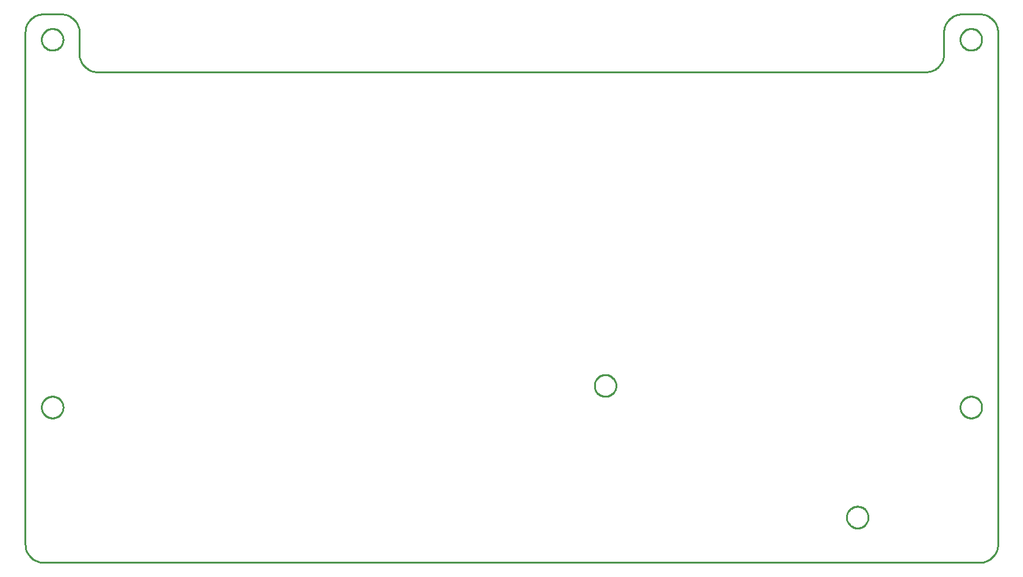
<source format=gbr>
G04 EAGLE Gerber RS-274X export*
G75*
%MOMM*%
%FSLAX34Y34*%
%LPD*%
%IN*%
%IPPOS*%
%AMOC8*
5,1,8,0,0,1.08239X$1,22.5*%
G01*
%ADD10C,0.254000*%


D10*
X0Y25000D02*
X95Y22821D01*
X380Y20659D01*
X852Y18530D01*
X1508Y16450D01*
X2342Y14435D01*
X3349Y12500D01*
X4521Y10661D01*
X5849Y8930D01*
X7322Y7322D01*
X8930Y5849D01*
X10661Y4521D01*
X12500Y3349D01*
X14435Y2342D01*
X16450Y1508D01*
X18530Y852D01*
X20659Y380D01*
X22821Y95D01*
X25000Y0D01*
X1325000Y0D01*
X1327179Y95D01*
X1329341Y380D01*
X1331470Y852D01*
X1333551Y1508D01*
X1335565Y2342D01*
X1337500Y3349D01*
X1339339Y4521D01*
X1341070Y5849D01*
X1342678Y7322D01*
X1344151Y8930D01*
X1345479Y10661D01*
X1346651Y12500D01*
X1347658Y14435D01*
X1348492Y16450D01*
X1349148Y18530D01*
X1349620Y20659D01*
X1349905Y22821D01*
X1350000Y25000D01*
X1350000Y735000D01*
X1349905Y737179D01*
X1349620Y739341D01*
X1349148Y741470D01*
X1348492Y743551D01*
X1347658Y745565D01*
X1346651Y747500D01*
X1345479Y749339D01*
X1344151Y751070D01*
X1342678Y752678D01*
X1341070Y754151D01*
X1339339Y755479D01*
X1337500Y756651D01*
X1335565Y757658D01*
X1333551Y758492D01*
X1331470Y759148D01*
X1329341Y759620D01*
X1327179Y759905D01*
X1325000Y760000D01*
X1300000Y760000D01*
X1297821Y759905D01*
X1295659Y759620D01*
X1293530Y759148D01*
X1291450Y758492D01*
X1289435Y757658D01*
X1287500Y756651D01*
X1285661Y755479D01*
X1283930Y754151D01*
X1282322Y752678D01*
X1280849Y751070D01*
X1279521Y749339D01*
X1278349Y747500D01*
X1277342Y745565D01*
X1276508Y743551D01*
X1275852Y741470D01*
X1275380Y739341D01*
X1275095Y737179D01*
X1275000Y735000D01*
X1275000Y705000D01*
X1274905Y702821D01*
X1274620Y700659D01*
X1274148Y698530D01*
X1273492Y696450D01*
X1272658Y694435D01*
X1271651Y692500D01*
X1270479Y690661D01*
X1269151Y688930D01*
X1267678Y687322D01*
X1266070Y685849D01*
X1264339Y684521D01*
X1262500Y683349D01*
X1260565Y682342D01*
X1258551Y681508D01*
X1256470Y680852D01*
X1254341Y680380D01*
X1252179Y680095D01*
X1250000Y680000D01*
X100000Y680000D01*
X97821Y680095D01*
X95659Y680380D01*
X93530Y680852D01*
X91450Y681508D01*
X89435Y682342D01*
X87500Y683349D01*
X85661Y684521D01*
X83930Y685849D01*
X82322Y687322D01*
X80849Y688930D01*
X79521Y690661D01*
X78349Y692500D01*
X77342Y694435D01*
X76508Y696450D01*
X75852Y698530D01*
X75380Y700659D01*
X75095Y702821D01*
X75000Y705000D01*
X75000Y735000D01*
X74905Y737179D01*
X74620Y739341D01*
X74148Y741470D01*
X73492Y743551D01*
X72658Y745565D01*
X71651Y747500D01*
X70479Y749339D01*
X69151Y751070D01*
X67678Y752678D01*
X66070Y754151D01*
X64339Y755479D01*
X62500Y756651D01*
X60565Y757658D01*
X58551Y758492D01*
X56470Y759148D01*
X54341Y759620D01*
X52179Y759905D01*
X50000Y760000D01*
X25000Y760000D01*
X22821Y759905D01*
X20659Y759620D01*
X18530Y759148D01*
X16450Y758492D01*
X14435Y757658D01*
X12500Y756651D01*
X10661Y755479D01*
X8930Y754151D01*
X7322Y752678D01*
X5849Y751070D01*
X4521Y749339D01*
X3349Y747500D01*
X2342Y745565D01*
X1508Y743551D01*
X852Y741470D01*
X380Y739341D01*
X95Y737179D01*
X0Y735000D01*
X0Y25000D01*
X1170000Y61964D02*
X1169924Y60896D01*
X1169771Y59835D01*
X1169543Y58788D01*
X1169241Y57760D01*
X1168867Y56756D01*
X1168422Y55781D01*
X1167908Y54841D01*
X1167329Y53940D01*
X1166687Y53082D01*
X1165985Y52272D01*
X1165228Y51515D01*
X1164418Y50813D01*
X1163560Y50171D01*
X1162659Y49592D01*
X1161719Y49078D01*
X1160744Y48633D01*
X1159740Y48259D01*
X1158712Y47957D01*
X1157665Y47729D01*
X1156604Y47576D01*
X1155536Y47500D01*
X1154464Y47500D01*
X1153396Y47576D01*
X1152335Y47729D01*
X1151288Y47957D01*
X1150260Y48259D01*
X1149256Y48633D01*
X1148281Y49078D01*
X1147341Y49592D01*
X1146440Y50171D01*
X1145582Y50813D01*
X1144772Y51515D01*
X1144015Y52272D01*
X1143313Y53082D01*
X1142671Y53940D01*
X1142092Y54841D01*
X1141578Y55781D01*
X1141133Y56756D01*
X1140759Y57760D01*
X1140457Y58788D01*
X1140229Y59835D01*
X1140076Y60896D01*
X1140000Y61964D01*
X1140000Y63036D01*
X1140076Y64104D01*
X1140229Y65165D01*
X1140457Y66212D01*
X1140759Y67240D01*
X1141133Y68244D01*
X1141578Y69219D01*
X1142092Y70159D01*
X1142671Y71060D01*
X1143313Y71918D01*
X1144015Y72728D01*
X1144772Y73485D01*
X1145582Y74187D01*
X1146440Y74829D01*
X1147341Y75408D01*
X1148281Y75922D01*
X1149256Y76367D01*
X1150260Y76741D01*
X1151288Y77043D01*
X1152335Y77271D01*
X1153396Y77424D01*
X1154464Y77500D01*
X1155536Y77500D01*
X1156604Y77424D01*
X1157665Y77271D01*
X1158712Y77043D01*
X1159740Y76741D01*
X1160744Y76367D01*
X1161719Y75922D01*
X1162659Y75408D01*
X1163560Y74829D01*
X1164418Y74187D01*
X1165228Y73485D01*
X1165985Y72728D01*
X1166687Y71918D01*
X1167329Y71060D01*
X1167908Y70159D01*
X1168422Y69219D01*
X1168867Y68244D01*
X1169241Y67240D01*
X1169543Y66212D01*
X1169771Y65165D01*
X1169924Y64104D01*
X1170000Y63036D01*
X1170000Y61964D01*
X820000Y244464D02*
X819924Y243396D01*
X819771Y242335D01*
X819543Y241288D01*
X819241Y240260D01*
X818867Y239256D01*
X818422Y238281D01*
X817908Y237341D01*
X817329Y236440D01*
X816687Y235582D01*
X815985Y234772D01*
X815228Y234015D01*
X814418Y233313D01*
X813560Y232671D01*
X812659Y232092D01*
X811719Y231578D01*
X810744Y231133D01*
X809740Y230759D01*
X808712Y230457D01*
X807665Y230229D01*
X806604Y230076D01*
X805536Y230000D01*
X804464Y230000D01*
X803396Y230076D01*
X802335Y230229D01*
X801288Y230457D01*
X800260Y230759D01*
X799256Y231133D01*
X798281Y231578D01*
X797341Y232092D01*
X796440Y232671D01*
X795582Y233313D01*
X794772Y234015D01*
X794015Y234772D01*
X793313Y235582D01*
X792671Y236440D01*
X792092Y237341D01*
X791578Y238281D01*
X791133Y239256D01*
X790759Y240260D01*
X790457Y241288D01*
X790229Y242335D01*
X790076Y243396D01*
X790000Y244464D01*
X790000Y245536D01*
X790076Y246604D01*
X790229Y247665D01*
X790457Y248712D01*
X790759Y249740D01*
X791133Y250744D01*
X791578Y251719D01*
X792092Y252659D01*
X792671Y253560D01*
X793313Y254418D01*
X794015Y255228D01*
X794772Y255985D01*
X795582Y256687D01*
X796440Y257329D01*
X797341Y257908D01*
X798281Y258422D01*
X799256Y258867D01*
X800260Y259241D01*
X801288Y259543D01*
X802335Y259771D01*
X803396Y259924D01*
X804464Y260000D01*
X805536Y260000D01*
X806604Y259924D01*
X807665Y259771D01*
X808712Y259543D01*
X809740Y259241D01*
X810744Y258867D01*
X811719Y258422D01*
X812659Y257908D01*
X813560Y257329D01*
X814418Y256687D01*
X815228Y255985D01*
X815985Y255228D01*
X816687Y254418D01*
X817329Y253560D01*
X817908Y252659D01*
X818422Y251719D01*
X818867Y250744D01*
X819241Y249740D01*
X819543Y248712D01*
X819771Y247665D01*
X819924Y246604D01*
X820000Y245536D01*
X820000Y244464D01*
X52600Y724464D02*
X52524Y723396D01*
X52371Y722335D01*
X52143Y721288D01*
X51841Y720260D01*
X51467Y719256D01*
X51022Y718281D01*
X50508Y717341D01*
X49929Y716440D01*
X49287Y715582D01*
X48585Y714772D01*
X47828Y714015D01*
X47018Y713313D01*
X46160Y712671D01*
X45259Y712092D01*
X44319Y711578D01*
X43344Y711133D01*
X42340Y710759D01*
X41312Y710457D01*
X40265Y710229D01*
X39204Y710076D01*
X38136Y710000D01*
X37064Y710000D01*
X35996Y710076D01*
X34935Y710229D01*
X33888Y710457D01*
X32860Y710759D01*
X31856Y711133D01*
X30881Y711578D01*
X29941Y712092D01*
X29040Y712671D01*
X28182Y713313D01*
X27372Y714015D01*
X26615Y714772D01*
X25913Y715582D01*
X25271Y716440D01*
X24692Y717341D01*
X24178Y718281D01*
X23733Y719256D01*
X23359Y720260D01*
X23057Y721288D01*
X22829Y722335D01*
X22676Y723396D01*
X22600Y724464D01*
X22600Y725536D01*
X22676Y726604D01*
X22829Y727665D01*
X23057Y728712D01*
X23359Y729740D01*
X23733Y730744D01*
X24178Y731719D01*
X24692Y732659D01*
X25271Y733560D01*
X25913Y734418D01*
X26615Y735228D01*
X27372Y735985D01*
X28182Y736687D01*
X29040Y737329D01*
X29941Y737908D01*
X30881Y738422D01*
X31856Y738867D01*
X32860Y739241D01*
X33888Y739543D01*
X34935Y739771D01*
X35996Y739924D01*
X37064Y740000D01*
X38136Y740000D01*
X39204Y739924D01*
X40265Y739771D01*
X41312Y739543D01*
X42340Y739241D01*
X43344Y738867D01*
X44319Y738422D01*
X45259Y737908D01*
X46160Y737329D01*
X47018Y736687D01*
X47828Y735985D01*
X48585Y735228D01*
X49287Y734418D01*
X49929Y733560D01*
X50508Y732659D01*
X51022Y731719D01*
X51467Y730744D01*
X51841Y729740D01*
X52143Y728712D01*
X52371Y727665D01*
X52524Y726604D01*
X52600Y725536D01*
X52600Y724464D01*
X52600Y214464D02*
X52524Y213396D01*
X52371Y212335D01*
X52143Y211288D01*
X51841Y210260D01*
X51467Y209256D01*
X51022Y208281D01*
X50508Y207341D01*
X49929Y206440D01*
X49287Y205582D01*
X48585Y204772D01*
X47828Y204015D01*
X47018Y203313D01*
X46160Y202671D01*
X45259Y202092D01*
X44319Y201578D01*
X43344Y201133D01*
X42340Y200759D01*
X41312Y200457D01*
X40265Y200229D01*
X39204Y200076D01*
X38136Y200000D01*
X37064Y200000D01*
X35996Y200076D01*
X34935Y200229D01*
X33888Y200457D01*
X32860Y200759D01*
X31856Y201133D01*
X30881Y201578D01*
X29941Y202092D01*
X29040Y202671D01*
X28182Y203313D01*
X27372Y204015D01*
X26615Y204772D01*
X25913Y205582D01*
X25271Y206440D01*
X24692Y207341D01*
X24178Y208281D01*
X23733Y209256D01*
X23359Y210260D01*
X23057Y211288D01*
X22829Y212335D01*
X22676Y213396D01*
X22600Y214464D01*
X22600Y215536D01*
X22676Y216604D01*
X22829Y217665D01*
X23057Y218712D01*
X23359Y219740D01*
X23733Y220744D01*
X24178Y221719D01*
X24692Y222659D01*
X25271Y223560D01*
X25913Y224418D01*
X26615Y225228D01*
X27372Y225985D01*
X28182Y226687D01*
X29040Y227329D01*
X29941Y227908D01*
X30881Y228422D01*
X31856Y228867D01*
X32860Y229241D01*
X33888Y229543D01*
X34935Y229771D01*
X35996Y229924D01*
X37064Y230000D01*
X38136Y230000D01*
X39204Y229924D01*
X40265Y229771D01*
X41312Y229543D01*
X42340Y229241D01*
X43344Y228867D01*
X44319Y228422D01*
X45259Y227908D01*
X46160Y227329D01*
X47018Y226687D01*
X47828Y225985D01*
X48585Y225228D01*
X49287Y224418D01*
X49929Y223560D01*
X50508Y222659D01*
X51022Y221719D01*
X51467Y220744D01*
X51841Y219740D01*
X52143Y218712D01*
X52371Y217665D01*
X52524Y216604D01*
X52600Y215536D01*
X52600Y214464D01*
X1327600Y724464D02*
X1327524Y723396D01*
X1327371Y722335D01*
X1327143Y721288D01*
X1326841Y720260D01*
X1326467Y719256D01*
X1326022Y718281D01*
X1325508Y717341D01*
X1324929Y716440D01*
X1324287Y715582D01*
X1323585Y714772D01*
X1322828Y714015D01*
X1322018Y713313D01*
X1321160Y712671D01*
X1320259Y712092D01*
X1319319Y711578D01*
X1318344Y711133D01*
X1317340Y710759D01*
X1316312Y710457D01*
X1315265Y710229D01*
X1314204Y710076D01*
X1313136Y710000D01*
X1312064Y710000D01*
X1310996Y710076D01*
X1309935Y710229D01*
X1308888Y710457D01*
X1307860Y710759D01*
X1306856Y711133D01*
X1305881Y711578D01*
X1304941Y712092D01*
X1304040Y712671D01*
X1303182Y713313D01*
X1302372Y714015D01*
X1301615Y714772D01*
X1300913Y715582D01*
X1300271Y716440D01*
X1299692Y717341D01*
X1299178Y718281D01*
X1298733Y719256D01*
X1298359Y720260D01*
X1298057Y721288D01*
X1297829Y722335D01*
X1297676Y723396D01*
X1297600Y724464D01*
X1297600Y725536D01*
X1297676Y726604D01*
X1297829Y727665D01*
X1298057Y728712D01*
X1298359Y729740D01*
X1298733Y730744D01*
X1299178Y731719D01*
X1299692Y732659D01*
X1300271Y733560D01*
X1300913Y734418D01*
X1301615Y735228D01*
X1302372Y735985D01*
X1303182Y736687D01*
X1304040Y737329D01*
X1304941Y737908D01*
X1305881Y738422D01*
X1306856Y738867D01*
X1307860Y739241D01*
X1308888Y739543D01*
X1309935Y739771D01*
X1310996Y739924D01*
X1312064Y740000D01*
X1313136Y740000D01*
X1314204Y739924D01*
X1315265Y739771D01*
X1316312Y739543D01*
X1317340Y739241D01*
X1318344Y738867D01*
X1319319Y738422D01*
X1320259Y737908D01*
X1321160Y737329D01*
X1322018Y736687D01*
X1322828Y735985D01*
X1323585Y735228D01*
X1324287Y734418D01*
X1324929Y733560D01*
X1325508Y732659D01*
X1326022Y731719D01*
X1326467Y730744D01*
X1326841Y729740D01*
X1327143Y728712D01*
X1327371Y727665D01*
X1327524Y726604D01*
X1327600Y725536D01*
X1327600Y724464D01*
X1327600Y214464D02*
X1327524Y213396D01*
X1327371Y212335D01*
X1327143Y211288D01*
X1326841Y210260D01*
X1326467Y209256D01*
X1326022Y208281D01*
X1325508Y207341D01*
X1324929Y206440D01*
X1324287Y205582D01*
X1323585Y204772D01*
X1322828Y204015D01*
X1322018Y203313D01*
X1321160Y202671D01*
X1320259Y202092D01*
X1319319Y201578D01*
X1318344Y201133D01*
X1317340Y200759D01*
X1316312Y200457D01*
X1315265Y200229D01*
X1314204Y200076D01*
X1313136Y200000D01*
X1312064Y200000D01*
X1310996Y200076D01*
X1309935Y200229D01*
X1308888Y200457D01*
X1307860Y200759D01*
X1306856Y201133D01*
X1305881Y201578D01*
X1304941Y202092D01*
X1304040Y202671D01*
X1303182Y203313D01*
X1302372Y204015D01*
X1301615Y204772D01*
X1300913Y205582D01*
X1300271Y206440D01*
X1299692Y207341D01*
X1299178Y208281D01*
X1298733Y209256D01*
X1298359Y210260D01*
X1298057Y211288D01*
X1297829Y212335D01*
X1297676Y213396D01*
X1297600Y214464D01*
X1297600Y215536D01*
X1297676Y216604D01*
X1297829Y217665D01*
X1298057Y218712D01*
X1298359Y219740D01*
X1298733Y220744D01*
X1299178Y221719D01*
X1299692Y222659D01*
X1300271Y223560D01*
X1300913Y224418D01*
X1301615Y225228D01*
X1302372Y225985D01*
X1303182Y226687D01*
X1304040Y227329D01*
X1304941Y227908D01*
X1305881Y228422D01*
X1306856Y228867D01*
X1307860Y229241D01*
X1308888Y229543D01*
X1309935Y229771D01*
X1310996Y229924D01*
X1312064Y230000D01*
X1313136Y230000D01*
X1314204Y229924D01*
X1315265Y229771D01*
X1316312Y229543D01*
X1317340Y229241D01*
X1318344Y228867D01*
X1319319Y228422D01*
X1320259Y227908D01*
X1321160Y227329D01*
X1322018Y226687D01*
X1322828Y225985D01*
X1323585Y225228D01*
X1324287Y224418D01*
X1324929Y223560D01*
X1325508Y222659D01*
X1326022Y221719D01*
X1326467Y220744D01*
X1326841Y219740D01*
X1327143Y218712D01*
X1327371Y217665D01*
X1327524Y216604D01*
X1327600Y215536D01*
X1327600Y214464D01*
M02*

</source>
